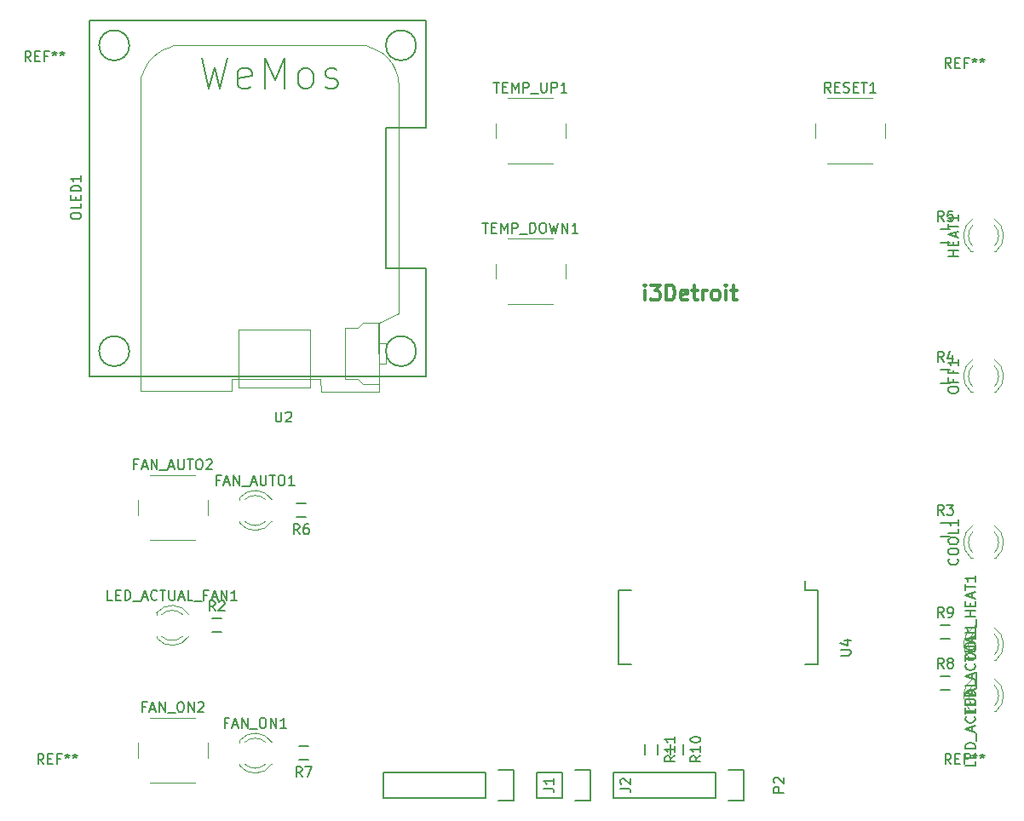
<source format=gto>
G04 #@! TF.FileFunction,Legend,Top*
%FSLAX46Y46*%
G04 Gerber Fmt 4.6, Leading zero omitted, Abs format (unit mm)*
G04 Created by KiCad (PCBNEW 4.0.5+dfsg1-4) date Sat Jun 23 00:33:45 2018*
%MOMM*%
%LPD*%
G01*
G04 APERTURE LIST*
%ADD10C,0.100000*%
%ADD11C,0.300000*%
%ADD12C,0.150000*%
%ADD13C,0.120000*%
G04 APERTURE END LIST*
D10*
D11*
X121265715Y-88943571D02*
X121265715Y-87943571D01*
X121265715Y-87443571D02*
X121194286Y-87515000D01*
X121265715Y-87586429D01*
X121337143Y-87515000D01*
X121265715Y-87443571D01*
X121265715Y-87586429D01*
X121837144Y-87443571D02*
X122765715Y-87443571D01*
X122265715Y-88015000D01*
X122480001Y-88015000D01*
X122622858Y-88086429D01*
X122694287Y-88157857D01*
X122765715Y-88300714D01*
X122765715Y-88657857D01*
X122694287Y-88800714D01*
X122622858Y-88872143D01*
X122480001Y-88943571D01*
X122051429Y-88943571D01*
X121908572Y-88872143D01*
X121837144Y-88800714D01*
X123408572Y-88943571D02*
X123408572Y-87443571D01*
X123765715Y-87443571D01*
X123980000Y-87515000D01*
X124122858Y-87657857D01*
X124194286Y-87800714D01*
X124265715Y-88086429D01*
X124265715Y-88300714D01*
X124194286Y-88586429D01*
X124122858Y-88729286D01*
X123980000Y-88872143D01*
X123765715Y-88943571D01*
X123408572Y-88943571D01*
X125480000Y-88872143D02*
X125337143Y-88943571D01*
X125051429Y-88943571D01*
X124908572Y-88872143D01*
X124837143Y-88729286D01*
X124837143Y-88157857D01*
X124908572Y-88015000D01*
X125051429Y-87943571D01*
X125337143Y-87943571D01*
X125480000Y-88015000D01*
X125551429Y-88157857D01*
X125551429Y-88300714D01*
X124837143Y-88443571D01*
X125980000Y-87943571D02*
X126551429Y-87943571D01*
X126194286Y-87443571D02*
X126194286Y-88729286D01*
X126265714Y-88872143D01*
X126408572Y-88943571D01*
X126551429Y-88943571D01*
X127051429Y-88943571D02*
X127051429Y-87943571D01*
X127051429Y-88229286D02*
X127122857Y-88086429D01*
X127194286Y-88015000D01*
X127337143Y-87943571D01*
X127480000Y-87943571D01*
X128194286Y-88943571D02*
X128051428Y-88872143D01*
X127980000Y-88800714D01*
X127908571Y-88657857D01*
X127908571Y-88229286D01*
X127980000Y-88086429D01*
X128051428Y-88015000D01*
X128194286Y-87943571D01*
X128408571Y-87943571D01*
X128551428Y-88015000D01*
X128622857Y-88086429D01*
X128694286Y-88229286D01*
X128694286Y-88657857D01*
X128622857Y-88800714D01*
X128551428Y-88872143D01*
X128408571Y-88943571D01*
X128194286Y-88943571D01*
X129337143Y-88943571D02*
X129337143Y-87943571D01*
X129337143Y-87443571D02*
X129265714Y-87515000D01*
X129337143Y-87586429D01*
X129408571Y-87515000D01*
X129337143Y-87443571D01*
X129337143Y-87586429D01*
X129837143Y-87943571D02*
X130408572Y-87943571D01*
X130051429Y-87443571D02*
X130051429Y-88729286D01*
X130122857Y-88872143D01*
X130265715Y-88943571D01*
X130408572Y-88943571D01*
D12*
X138502500Y-117800500D02*
X137232500Y-117800500D01*
X138502500Y-125150500D02*
X137232500Y-125150500D01*
X118672500Y-125150500D02*
X119942500Y-125150500D01*
X118672500Y-117800500D02*
X119942500Y-117800500D01*
X138502500Y-117800500D02*
X138502500Y-125150500D01*
X118672500Y-117800500D02*
X118672500Y-125150500D01*
X137232500Y-117800500D02*
X137232500Y-116865500D01*
X99540000Y-61120000D02*
X99540000Y-71820000D01*
X99540000Y-96520000D02*
X99540000Y-85820000D01*
X99540000Y-85820000D02*
X95540000Y-85820000D01*
X95540000Y-85820000D02*
X95540000Y-71820000D01*
X95540000Y-71820000D02*
X99540000Y-71820000D01*
X98540000Y-94020000D02*
G75*
G03X98540000Y-94020000I-1500000J0D01*
G01*
X98540000Y-63620000D02*
G75*
G03X98540000Y-63620000I-1500000J0D01*
G01*
X70040000Y-63620000D02*
G75*
G03X70040000Y-63620000I-1500000J0D01*
G01*
X70040000Y-94020000D02*
G75*
G03X70040000Y-94020000I-1500000J0D01*
G01*
X99540000Y-61120000D02*
X66040000Y-61120000D01*
X66040000Y-61120000D02*
X66040000Y-96520000D01*
X66040000Y-96520000D02*
X99540000Y-96520000D01*
D10*
X94891472Y-98065228D02*
X89080180Y-98065228D01*
X89080180Y-98065228D02*
X89053849Y-96781795D01*
X89053849Y-96781795D02*
X80222627Y-96788483D01*
X80222627Y-96788483D02*
X80224603Y-97990736D01*
X80224603Y-97990736D02*
X71143807Y-97964658D01*
X71143807Y-97964658D02*
X71157805Y-66794507D01*
X71157805Y-66794507D02*
X71390616Y-66191714D01*
X71390616Y-66191714D02*
X71674099Y-65646833D01*
X71674099Y-65646833D02*
X72008747Y-65160423D01*
X72008747Y-65160423D02*
X72395047Y-64733048D01*
X72395047Y-64733048D02*
X72833488Y-64365259D01*
X72833488Y-64365259D02*
X73324560Y-64057623D01*
X73324560Y-64057623D02*
X73868750Y-63810690D01*
X73868750Y-63810690D02*
X74466547Y-63625024D01*
X74466547Y-63625024D02*
X93504460Y-63596266D01*
X93504460Y-63596266D02*
X94123824Y-63830259D01*
X94123824Y-63830259D02*
X94712018Y-64114742D01*
X94712018Y-64114742D02*
X95255445Y-64464257D01*
X95255445Y-64464257D02*
X95740503Y-64893342D01*
X95740503Y-64893342D02*
X96153595Y-65416540D01*
X96153595Y-65416540D02*
X96481122Y-66048387D01*
X96481122Y-66048387D02*
X96709482Y-66803425D01*
X96709482Y-66803425D02*
X96825078Y-67696193D01*
X96825078Y-67696193D02*
X96850026Y-90251285D01*
X96850026Y-90251285D02*
X94906480Y-91212181D01*
X94906480Y-91212181D02*
X94876686Y-98020524D01*
X80894350Y-91839451D02*
X88033931Y-91839451D01*
X88033931Y-91839451D02*
X88033931Y-97653188D01*
X88033931Y-97653188D02*
X80894350Y-97653188D01*
X80894350Y-97653188D02*
X80894350Y-91839451D01*
X94817600Y-91190349D02*
X93265378Y-91190349D01*
X93265378Y-91190349D02*
X92736211Y-91719515D01*
X92736211Y-91719515D02*
X91483850Y-91719515D01*
X91483850Y-91719515D02*
X91483850Y-96781876D01*
X91483850Y-96781876D02*
X92771489Y-96781876D01*
X92771489Y-96781876D02*
X93300656Y-97275765D01*
X93300656Y-97275765D02*
X94870517Y-97275765D01*
X94870517Y-97275765D02*
X94817600Y-91190349D01*
X94852878Y-93271738D02*
X95505517Y-93271738D01*
X95505517Y-93271738D02*
X95505517Y-95264932D01*
X95505517Y-95264932D02*
X94888156Y-95264932D01*
D13*
X107680000Y-75350000D02*
X112180000Y-75350000D01*
X106430000Y-71350000D02*
X106430000Y-72850000D01*
X112180000Y-68850000D02*
X107680000Y-68850000D01*
X113430000Y-72850000D02*
X113430000Y-71350000D01*
X153861392Y-111357665D02*
G75*
G03X153704484Y-114590000I1078608J-1672335D01*
G01*
X156018608Y-111357665D02*
G75*
G02X156175516Y-114590000I-1078608J-1672335D01*
G01*
X153860163Y-111988870D02*
G75*
G03X153860000Y-114070961I1079837J-1041130D01*
G01*
X156019837Y-111988870D02*
G75*
G02X156020000Y-114070961I-1079837J-1041130D01*
G01*
X153704000Y-114590000D02*
X153860000Y-114590000D01*
X156020000Y-114590000D02*
X156176000Y-114590000D01*
X84222335Y-108776392D02*
G75*
G03X80990000Y-108619484I-1672335J-1078608D01*
G01*
X84222335Y-110933608D02*
G75*
G02X80990000Y-111090516I-1672335J1078608D01*
G01*
X83591130Y-108775163D02*
G75*
G03X81509039Y-108775000I-1041130J-1079837D01*
G01*
X83591130Y-110934837D02*
G75*
G02X81509039Y-110935000I-1041130J1079837D01*
G01*
X80990000Y-108619000D02*
X80990000Y-108775000D01*
X80990000Y-110935000D02*
X80990000Y-111091000D01*
X72120000Y-112815000D02*
X76620000Y-112815000D01*
X70870000Y-108815000D02*
X70870000Y-110315000D01*
X76620000Y-106315000D02*
X72120000Y-106315000D01*
X77870000Y-110315000D02*
X77870000Y-108815000D01*
X84222335Y-132906392D02*
G75*
G03X80990000Y-132749484I-1672335J-1078608D01*
G01*
X84222335Y-135063608D02*
G75*
G02X80990000Y-135220516I-1672335J1078608D01*
G01*
X83591130Y-132905163D02*
G75*
G03X81509039Y-132905000I-1041130J-1079837D01*
G01*
X83591130Y-135064837D02*
G75*
G02X81509039Y-135065000I-1041130J1079837D01*
G01*
X80990000Y-132749000D02*
X80990000Y-132905000D01*
X80990000Y-135065000D02*
X80990000Y-135221000D01*
X72120000Y-136945000D02*
X76620000Y-136945000D01*
X70870000Y-132945000D02*
X70870000Y-134445000D01*
X76620000Y-130445000D02*
X72120000Y-130445000D01*
X77870000Y-134445000D02*
X77870000Y-132945000D01*
X153861392Y-80877665D02*
G75*
G03X153704484Y-84110000I1078608J-1672335D01*
G01*
X156018608Y-80877665D02*
G75*
G02X156175516Y-84110000I-1078608J-1672335D01*
G01*
X153860163Y-81508870D02*
G75*
G03X153860000Y-83590961I1079837J-1041130D01*
G01*
X156019837Y-81508870D02*
G75*
G02X156020000Y-83590961I-1079837J-1041130D01*
G01*
X153704000Y-84110000D02*
X153860000Y-84110000D01*
X156020000Y-84110000D02*
X156176000Y-84110000D01*
X153861392Y-94847665D02*
G75*
G03X153704484Y-98080000I1078608J-1672335D01*
G01*
X156018608Y-94847665D02*
G75*
G02X156175516Y-98080000I-1078608J-1672335D01*
G01*
X153860163Y-95478870D02*
G75*
G03X153860000Y-97560961I1079837J-1041130D01*
G01*
X156019837Y-95478870D02*
G75*
G02X156020000Y-97560961I-1079837J-1041130D01*
G01*
X153704000Y-98080000D02*
X153860000Y-98080000D01*
X156020000Y-98080000D02*
X156176000Y-98080000D01*
X139430000Y-75350000D02*
X143930000Y-75350000D01*
X138180000Y-71350000D02*
X138180000Y-72850000D01*
X143930000Y-68850000D02*
X139430000Y-68850000D01*
X145180000Y-72850000D02*
X145180000Y-71350000D01*
X107680000Y-89320000D02*
X112180000Y-89320000D01*
X106430000Y-85320000D02*
X106430000Y-86820000D01*
X112180000Y-82820000D02*
X107680000Y-82820000D01*
X113430000Y-86820000D02*
X113430000Y-85320000D01*
X153861392Y-126597665D02*
G75*
G03X153704484Y-129830000I1078608J-1672335D01*
G01*
X156018608Y-126597665D02*
G75*
G02X156175516Y-129830000I-1078608J-1672335D01*
G01*
X153860163Y-127228870D02*
G75*
G03X153860000Y-129310961I1079837J-1041130D01*
G01*
X156019837Y-127228870D02*
G75*
G02X156020000Y-129310961I-1079837J-1041130D01*
G01*
X153704000Y-129830000D02*
X153860000Y-129830000D01*
X156020000Y-129830000D02*
X156176000Y-129830000D01*
X75967335Y-120206392D02*
G75*
G03X72735000Y-120049484I-1672335J-1078608D01*
G01*
X75967335Y-122363608D02*
G75*
G02X72735000Y-122520516I-1672335J1078608D01*
G01*
X75336130Y-120205163D02*
G75*
G03X73254039Y-120205000I-1041130J-1079837D01*
G01*
X75336130Y-122364837D02*
G75*
G02X73254039Y-122365000I-1041130J1079837D01*
G01*
X72735000Y-120049000D02*
X72735000Y-120205000D01*
X72735000Y-122365000D02*
X72735000Y-122521000D01*
X153861392Y-121517665D02*
G75*
G03X153704484Y-124750000I1078608J-1672335D01*
G01*
X156018608Y-121517665D02*
G75*
G02X156175516Y-124750000I-1078608J-1672335D01*
G01*
X153860163Y-122148870D02*
G75*
G03X153860000Y-124230961I1079837J-1041130D01*
G01*
X156019837Y-122148870D02*
G75*
G02X156020000Y-124230961I-1079837J-1041130D01*
G01*
X153704000Y-124750000D02*
X153860000Y-124750000D01*
X156020000Y-124750000D02*
X156176000Y-124750000D01*
D12*
X79240000Y-121960000D02*
X78240000Y-121960000D01*
X78240000Y-120610000D02*
X79240000Y-120610000D01*
X151630000Y-112435000D02*
X150630000Y-112435000D01*
X150630000Y-111085000D02*
X151630000Y-111085000D01*
X151630000Y-97195000D02*
X150630000Y-97195000D01*
X150630000Y-95845000D02*
X151630000Y-95845000D01*
X151630000Y-83225000D02*
X150630000Y-83225000D01*
X150630000Y-81875000D02*
X151630000Y-81875000D01*
X86622000Y-109180000D02*
X87622000Y-109180000D01*
X87622000Y-110530000D02*
X86622000Y-110530000D01*
X86876000Y-133310000D02*
X87876000Y-133310000D01*
X87876000Y-134660000D02*
X86876000Y-134660000D01*
X151630000Y-127675000D02*
X150630000Y-127675000D01*
X150630000Y-126325000D02*
X151630000Y-126325000D01*
X151630000Y-122595000D02*
X150630000Y-122595000D01*
X150630000Y-121245000D02*
X151630000Y-121245000D01*
X123785000Y-134104000D02*
X123785000Y-133104000D01*
X125135000Y-133104000D02*
X125135000Y-134104000D01*
X121245000Y-134104000D02*
X121245000Y-133104000D01*
X122595000Y-133104000D02*
X122595000Y-134104000D01*
X129540000Y-135610000D02*
X131090000Y-135610000D01*
X131090000Y-135610000D02*
X131090000Y-138710000D01*
X131090000Y-138710000D02*
X129540000Y-138710000D01*
X128270000Y-138430000D02*
X118110000Y-138430000D01*
X118110000Y-138430000D02*
X118110000Y-135890000D01*
X118110000Y-135890000D02*
X128270000Y-135890000D01*
X128270000Y-138430000D02*
X128270000Y-135890000D01*
X106680000Y-135610000D02*
X108230000Y-135610000D01*
X108230000Y-135610000D02*
X108230000Y-138710000D01*
X108230000Y-138710000D02*
X106680000Y-138710000D01*
X105410000Y-138430000D02*
X95250000Y-138430000D01*
X95250000Y-138430000D02*
X95250000Y-135890000D01*
X95250000Y-135890000D02*
X105410000Y-135890000D01*
X105410000Y-138430000D02*
X105410000Y-135890000D01*
X113030000Y-138430000D02*
X110490000Y-138430000D01*
X115850000Y-138710000D02*
X114300000Y-138710000D01*
X113030000Y-138430000D02*
X113030000Y-135890000D01*
X114300000Y-135610000D02*
X115850000Y-135610000D01*
X115850000Y-135610000D02*
X115850000Y-138710000D01*
X113030000Y-135890000D02*
X110490000Y-135890000D01*
X110490000Y-135890000D02*
X110490000Y-138430000D01*
X151701667Y-65857381D02*
X151368333Y-65381190D01*
X151130238Y-65857381D02*
X151130238Y-64857381D01*
X151511191Y-64857381D01*
X151606429Y-64905000D01*
X151654048Y-64952619D01*
X151701667Y-65047857D01*
X151701667Y-65190714D01*
X151654048Y-65285952D01*
X151606429Y-65333571D01*
X151511191Y-65381190D01*
X151130238Y-65381190D01*
X152130238Y-65333571D02*
X152463572Y-65333571D01*
X152606429Y-65857381D02*
X152130238Y-65857381D01*
X152130238Y-64857381D01*
X152606429Y-64857381D01*
X153368334Y-65333571D02*
X153035000Y-65333571D01*
X153035000Y-65857381D02*
X153035000Y-64857381D01*
X153511191Y-64857381D01*
X154035000Y-64857381D02*
X154035000Y-65095476D01*
X153796905Y-65000238D02*
X154035000Y-65095476D01*
X154273096Y-65000238D01*
X153892143Y-65285952D02*
X154035000Y-65095476D01*
X154177858Y-65285952D01*
X154796905Y-64857381D02*
X154796905Y-65095476D01*
X154558810Y-65000238D02*
X154796905Y-65095476D01*
X155035001Y-65000238D01*
X154654048Y-65285952D02*
X154796905Y-65095476D01*
X154939763Y-65285952D01*
X151701667Y-135072381D02*
X151368333Y-134596190D01*
X151130238Y-135072381D02*
X151130238Y-134072381D01*
X151511191Y-134072381D01*
X151606429Y-134120000D01*
X151654048Y-134167619D01*
X151701667Y-134262857D01*
X151701667Y-134405714D01*
X151654048Y-134500952D01*
X151606429Y-134548571D01*
X151511191Y-134596190D01*
X151130238Y-134596190D01*
X152130238Y-134548571D02*
X152463572Y-134548571D01*
X152606429Y-135072381D02*
X152130238Y-135072381D01*
X152130238Y-134072381D01*
X152606429Y-134072381D01*
X153368334Y-134548571D02*
X153035000Y-134548571D01*
X153035000Y-135072381D02*
X153035000Y-134072381D01*
X153511191Y-134072381D01*
X154035000Y-134072381D02*
X154035000Y-134310476D01*
X153796905Y-134215238D02*
X154035000Y-134310476D01*
X154273096Y-134215238D01*
X153892143Y-134500952D02*
X154035000Y-134310476D01*
X154177858Y-134500952D01*
X154796905Y-134072381D02*
X154796905Y-134310476D01*
X154558810Y-134215238D02*
X154796905Y-134310476D01*
X155035001Y-134215238D01*
X154654048Y-134500952D02*
X154796905Y-134310476D01*
X154939763Y-134500952D01*
X61531667Y-135072381D02*
X61198333Y-134596190D01*
X60960238Y-135072381D02*
X60960238Y-134072381D01*
X61341191Y-134072381D01*
X61436429Y-134120000D01*
X61484048Y-134167619D01*
X61531667Y-134262857D01*
X61531667Y-134405714D01*
X61484048Y-134500952D01*
X61436429Y-134548571D01*
X61341191Y-134596190D01*
X60960238Y-134596190D01*
X61960238Y-134548571D02*
X62293572Y-134548571D01*
X62436429Y-135072381D02*
X61960238Y-135072381D01*
X61960238Y-134072381D01*
X62436429Y-134072381D01*
X63198334Y-134548571D02*
X62865000Y-134548571D01*
X62865000Y-135072381D02*
X62865000Y-134072381D01*
X63341191Y-134072381D01*
X63865000Y-134072381D02*
X63865000Y-134310476D01*
X63626905Y-134215238D02*
X63865000Y-134310476D01*
X64103096Y-134215238D01*
X63722143Y-134500952D02*
X63865000Y-134310476D01*
X64007858Y-134500952D01*
X64626905Y-134072381D02*
X64626905Y-134310476D01*
X64388810Y-134215238D02*
X64626905Y-134310476D01*
X64865001Y-134215238D01*
X64484048Y-134500952D02*
X64626905Y-134310476D01*
X64769763Y-134500952D01*
X140739881Y-124269405D02*
X141549405Y-124269405D01*
X141644643Y-124221786D01*
X141692262Y-124174167D01*
X141739881Y-124078929D01*
X141739881Y-123888452D01*
X141692262Y-123793214D01*
X141644643Y-123745595D01*
X141549405Y-123697976D01*
X140739881Y-123697976D01*
X141073214Y-122793214D02*
X141739881Y-122793214D01*
X140692262Y-123031310D02*
X141406548Y-123269405D01*
X141406548Y-122650357D01*
X64222381Y-80668572D02*
X64222381Y-80478095D01*
X64270000Y-80382857D01*
X64365238Y-80287619D01*
X64555714Y-80240000D01*
X64889048Y-80240000D01*
X65079524Y-80287619D01*
X65174762Y-80382857D01*
X65222381Y-80478095D01*
X65222381Y-80668572D01*
X65174762Y-80763810D01*
X65079524Y-80859048D01*
X64889048Y-80906667D01*
X64555714Y-80906667D01*
X64365238Y-80859048D01*
X64270000Y-80763810D01*
X64222381Y-80668572D01*
X65222381Y-79335238D02*
X65222381Y-79811429D01*
X64222381Y-79811429D01*
X64698571Y-79001905D02*
X64698571Y-78668571D01*
X65222381Y-78525714D02*
X65222381Y-79001905D01*
X64222381Y-79001905D01*
X64222381Y-78525714D01*
X65222381Y-78097143D02*
X64222381Y-78097143D01*
X64222381Y-77859048D01*
X64270000Y-77716190D01*
X64365238Y-77620952D01*
X64460476Y-77573333D01*
X64650952Y-77525714D01*
X64793810Y-77525714D01*
X64984286Y-77573333D01*
X65079524Y-77620952D01*
X65174762Y-77716190D01*
X65222381Y-77859048D01*
X65222381Y-78097143D01*
X65222381Y-76573333D02*
X65222381Y-77144762D01*
X65222381Y-76859048D02*
X64222381Y-76859048D01*
X64365238Y-76954286D01*
X64460476Y-77049524D01*
X64508095Y-77144762D01*
X84582095Y-100050381D02*
X84582095Y-100859905D01*
X84629714Y-100955143D01*
X84677333Y-101002762D01*
X84772571Y-101050381D01*
X84963048Y-101050381D01*
X85058286Y-101002762D01*
X85105905Y-100955143D01*
X85153524Y-100859905D01*
X85153524Y-100050381D01*
X85582095Y-100145619D02*
X85629714Y-100098000D01*
X85724952Y-100050381D01*
X85963048Y-100050381D01*
X86058286Y-100098000D01*
X86105905Y-100145619D01*
X86153524Y-100240857D01*
X86153524Y-100336095D01*
X86105905Y-100478952D01*
X85534476Y-101050381D01*
X86153524Y-101050381D01*
X77216857Y-64905143D02*
X77931143Y-67905143D01*
X78502572Y-65762286D01*
X79074000Y-67905143D01*
X79788286Y-64905143D01*
X82074000Y-67762286D02*
X81788286Y-67905143D01*
X81216857Y-67905143D01*
X80931143Y-67762286D01*
X80788286Y-67476571D01*
X80788286Y-66333714D01*
X80931143Y-66048000D01*
X81216857Y-65905143D01*
X81788286Y-65905143D01*
X82074000Y-66048000D01*
X82216857Y-66333714D01*
X82216857Y-66619429D01*
X80788286Y-66905143D01*
X83502572Y-67905143D02*
X83502572Y-64905143D01*
X84502572Y-67048000D01*
X85502572Y-64905143D01*
X85502572Y-67905143D01*
X87359714Y-67905143D02*
X87074000Y-67762286D01*
X86931143Y-67619429D01*
X86788286Y-67333714D01*
X86788286Y-66476571D01*
X86931143Y-66190857D01*
X87074000Y-66048000D01*
X87359714Y-65905143D01*
X87788286Y-65905143D01*
X88074000Y-66048000D01*
X88216857Y-66190857D01*
X88359714Y-66476571D01*
X88359714Y-67333714D01*
X88216857Y-67619429D01*
X88074000Y-67762286D01*
X87788286Y-67905143D01*
X87359714Y-67905143D01*
X89502572Y-67762286D02*
X89788286Y-67905143D01*
X90359714Y-67905143D01*
X90645429Y-67762286D01*
X90788286Y-67476571D01*
X90788286Y-67333714D01*
X90645429Y-67048000D01*
X90359714Y-66905143D01*
X89931143Y-66905143D01*
X89645429Y-66762286D01*
X89502572Y-66476571D01*
X89502572Y-66333714D01*
X89645429Y-66048000D01*
X89931143Y-65905143D01*
X90359714Y-65905143D01*
X90645429Y-66048000D01*
X106239524Y-67302381D02*
X106810953Y-67302381D01*
X106525238Y-68302381D02*
X106525238Y-67302381D01*
X107144286Y-67778571D02*
X107477620Y-67778571D01*
X107620477Y-68302381D02*
X107144286Y-68302381D01*
X107144286Y-67302381D01*
X107620477Y-67302381D01*
X108049048Y-68302381D02*
X108049048Y-67302381D01*
X108382382Y-68016667D01*
X108715715Y-67302381D01*
X108715715Y-68302381D01*
X109191905Y-68302381D02*
X109191905Y-67302381D01*
X109572858Y-67302381D01*
X109668096Y-67350000D01*
X109715715Y-67397619D01*
X109763334Y-67492857D01*
X109763334Y-67635714D01*
X109715715Y-67730952D01*
X109668096Y-67778571D01*
X109572858Y-67826190D01*
X109191905Y-67826190D01*
X109953810Y-68397619D02*
X110715715Y-68397619D01*
X110953810Y-67302381D02*
X110953810Y-68111905D01*
X111001429Y-68207143D01*
X111049048Y-68254762D01*
X111144286Y-68302381D01*
X111334763Y-68302381D01*
X111430001Y-68254762D01*
X111477620Y-68207143D01*
X111525239Y-68111905D01*
X111525239Y-67302381D01*
X112001429Y-68302381D02*
X112001429Y-67302381D01*
X112382382Y-67302381D01*
X112477620Y-67350000D01*
X112525239Y-67397619D01*
X112572858Y-67492857D01*
X112572858Y-67635714D01*
X112525239Y-67730952D01*
X112477620Y-67778571D01*
X112382382Y-67826190D01*
X112001429Y-67826190D01*
X113525239Y-68302381D02*
X112953810Y-68302381D01*
X113239524Y-68302381D02*
X113239524Y-67302381D01*
X113144286Y-67445238D01*
X113049048Y-67540476D01*
X112953810Y-67588095D01*
X152337143Y-114649047D02*
X152384762Y-114696666D01*
X152432381Y-114839523D01*
X152432381Y-114934761D01*
X152384762Y-115077619D01*
X152289524Y-115172857D01*
X152194286Y-115220476D01*
X152003810Y-115268095D01*
X151860952Y-115268095D01*
X151670476Y-115220476D01*
X151575238Y-115172857D01*
X151480000Y-115077619D01*
X151432381Y-114934761D01*
X151432381Y-114839523D01*
X151480000Y-114696666D01*
X151527619Y-114649047D01*
X151432381Y-114030000D02*
X151432381Y-113839523D01*
X151480000Y-113744285D01*
X151575238Y-113649047D01*
X151765714Y-113601428D01*
X152099048Y-113601428D01*
X152289524Y-113649047D01*
X152384762Y-113744285D01*
X152432381Y-113839523D01*
X152432381Y-114030000D01*
X152384762Y-114125238D01*
X152289524Y-114220476D01*
X152099048Y-114268095D01*
X151765714Y-114268095D01*
X151575238Y-114220476D01*
X151480000Y-114125238D01*
X151432381Y-114030000D01*
X151432381Y-112982381D02*
X151432381Y-112791904D01*
X151480000Y-112696666D01*
X151575238Y-112601428D01*
X151765714Y-112553809D01*
X152099048Y-112553809D01*
X152289524Y-112601428D01*
X152384762Y-112696666D01*
X152432381Y-112791904D01*
X152432381Y-112982381D01*
X152384762Y-113077619D01*
X152289524Y-113172857D01*
X152099048Y-113220476D01*
X151765714Y-113220476D01*
X151575238Y-113172857D01*
X151480000Y-113077619D01*
X151432381Y-112982381D01*
X152432381Y-111649047D02*
X152432381Y-112125238D01*
X151432381Y-112125238D01*
X152432381Y-110791904D02*
X152432381Y-111363333D01*
X152432381Y-111077619D02*
X151432381Y-111077619D01*
X151575238Y-111172857D01*
X151670476Y-111268095D01*
X151718095Y-111363333D01*
X79026191Y-106823571D02*
X78692857Y-106823571D01*
X78692857Y-107347381D02*
X78692857Y-106347381D01*
X79169048Y-106347381D01*
X79502381Y-107061667D02*
X79978572Y-107061667D01*
X79407143Y-107347381D02*
X79740476Y-106347381D01*
X80073810Y-107347381D01*
X80407143Y-107347381D02*
X80407143Y-106347381D01*
X80978572Y-107347381D01*
X80978572Y-106347381D01*
X81216667Y-107442619D02*
X81978572Y-107442619D01*
X82169048Y-107061667D02*
X82645239Y-107061667D01*
X82073810Y-107347381D02*
X82407143Y-106347381D01*
X82740477Y-107347381D01*
X83073810Y-106347381D02*
X83073810Y-107156905D01*
X83121429Y-107252143D01*
X83169048Y-107299762D01*
X83264286Y-107347381D01*
X83454763Y-107347381D01*
X83550001Y-107299762D01*
X83597620Y-107252143D01*
X83645239Y-107156905D01*
X83645239Y-106347381D01*
X83978572Y-106347381D02*
X84550001Y-106347381D01*
X84264286Y-107347381D02*
X84264286Y-106347381D01*
X85073810Y-106347381D02*
X85264287Y-106347381D01*
X85359525Y-106395000D01*
X85454763Y-106490238D01*
X85502382Y-106680714D01*
X85502382Y-107014048D01*
X85454763Y-107204524D01*
X85359525Y-107299762D01*
X85264287Y-107347381D01*
X85073810Y-107347381D01*
X84978572Y-107299762D01*
X84883334Y-107204524D01*
X84835715Y-107014048D01*
X84835715Y-106680714D01*
X84883334Y-106490238D01*
X84978572Y-106395000D01*
X85073810Y-106347381D01*
X86454763Y-107347381D02*
X85883334Y-107347381D01*
X86169048Y-107347381D02*
X86169048Y-106347381D01*
X86073810Y-106490238D01*
X85978572Y-106585476D01*
X85883334Y-106633095D01*
X70846191Y-105243571D02*
X70512857Y-105243571D01*
X70512857Y-105767381D02*
X70512857Y-104767381D01*
X70989048Y-104767381D01*
X71322381Y-105481667D02*
X71798572Y-105481667D01*
X71227143Y-105767381D02*
X71560476Y-104767381D01*
X71893810Y-105767381D01*
X72227143Y-105767381D02*
X72227143Y-104767381D01*
X72798572Y-105767381D01*
X72798572Y-104767381D01*
X73036667Y-105862619D02*
X73798572Y-105862619D01*
X73989048Y-105481667D02*
X74465239Y-105481667D01*
X73893810Y-105767381D02*
X74227143Y-104767381D01*
X74560477Y-105767381D01*
X74893810Y-104767381D02*
X74893810Y-105576905D01*
X74941429Y-105672143D01*
X74989048Y-105719762D01*
X75084286Y-105767381D01*
X75274763Y-105767381D01*
X75370001Y-105719762D01*
X75417620Y-105672143D01*
X75465239Y-105576905D01*
X75465239Y-104767381D01*
X75798572Y-104767381D02*
X76370001Y-104767381D01*
X76084286Y-105767381D02*
X76084286Y-104767381D01*
X76893810Y-104767381D02*
X77084287Y-104767381D01*
X77179525Y-104815000D01*
X77274763Y-104910238D01*
X77322382Y-105100714D01*
X77322382Y-105434048D01*
X77274763Y-105624524D01*
X77179525Y-105719762D01*
X77084287Y-105767381D01*
X76893810Y-105767381D01*
X76798572Y-105719762D01*
X76703334Y-105624524D01*
X76655715Y-105434048D01*
X76655715Y-105100714D01*
X76703334Y-104910238D01*
X76798572Y-104815000D01*
X76893810Y-104767381D01*
X77703334Y-104862619D02*
X77750953Y-104815000D01*
X77846191Y-104767381D01*
X78084287Y-104767381D01*
X78179525Y-104815000D01*
X78227144Y-104862619D01*
X78274763Y-104957857D01*
X78274763Y-105053095D01*
X78227144Y-105195952D01*
X77655715Y-105767381D01*
X78274763Y-105767381D01*
X79835715Y-130953571D02*
X79502381Y-130953571D01*
X79502381Y-131477381D02*
X79502381Y-130477381D01*
X79978572Y-130477381D01*
X80311905Y-131191667D02*
X80788096Y-131191667D01*
X80216667Y-131477381D02*
X80550000Y-130477381D01*
X80883334Y-131477381D01*
X81216667Y-131477381D02*
X81216667Y-130477381D01*
X81788096Y-131477381D01*
X81788096Y-130477381D01*
X82026191Y-131572619D02*
X82788096Y-131572619D01*
X83216667Y-130477381D02*
X83407144Y-130477381D01*
X83502382Y-130525000D01*
X83597620Y-130620238D01*
X83645239Y-130810714D01*
X83645239Y-131144048D01*
X83597620Y-131334524D01*
X83502382Y-131429762D01*
X83407144Y-131477381D01*
X83216667Y-131477381D01*
X83121429Y-131429762D01*
X83026191Y-131334524D01*
X82978572Y-131144048D01*
X82978572Y-130810714D01*
X83026191Y-130620238D01*
X83121429Y-130525000D01*
X83216667Y-130477381D01*
X84073810Y-131477381D02*
X84073810Y-130477381D01*
X84645239Y-131477381D01*
X84645239Y-130477381D01*
X85645239Y-131477381D02*
X85073810Y-131477381D01*
X85359524Y-131477381D02*
X85359524Y-130477381D01*
X85264286Y-130620238D01*
X85169048Y-130715476D01*
X85073810Y-130763095D01*
X71655715Y-129373571D02*
X71322381Y-129373571D01*
X71322381Y-129897381D02*
X71322381Y-128897381D01*
X71798572Y-128897381D01*
X72131905Y-129611667D02*
X72608096Y-129611667D01*
X72036667Y-129897381D02*
X72370000Y-128897381D01*
X72703334Y-129897381D01*
X73036667Y-129897381D02*
X73036667Y-128897381D01*
X73608096Y-129897381D01*
X73608096Y-128897381D01*
X73846191Y-129992619D02*
X74608096Y-129992619D01*
X75036667Y-128897381D02*
X75227144Y-128897381D01*
X75322382Y-128945000D01*
X75417620Y-129040238D01*
X75465239Y-129230714D01*
X75465239Y-129564048D01*
X75417620Y-129754524D01*
X75322382Y-129849762D01*
X75227144Y-129897381D01*
X75036667Y-129897381D01*
X74941429Y-129849762D01*
X74846191Y-129754524D01*
X74798572Y-129564048D01*
X74798572Y-129230714D01*
X74846191Y-129040238D01*
X74941429Y-128945000D01*
X75036667Y-128897381D01*
X75893810Y-129897381D02*
X75893810Y-128897381D01*
X76465239Y-129897381D01*
X76465239Y-128897381D01*
X76893810Y-128992619D02*
X76941429Y-128945000D01*
X77036667Y-128897381D01*
X77274763Y-128897381D01*
X77370001Y-128945000D01*
X77417620Y-128992619D01*
X77465239Y-129087857D01*
X77465239Y-129183095D01*
X77417620Y-129325952D01*
X76846191Y-129897381D01*
X77465239Y-129897381D01*
X152432381Y-84573810D02*
X151432381Y-84573810D01*
X151908571Y-84573810D02*
X151908571Y-84002381D01*
X152432381Y-84002381D02*
X151432381Y-84002381D01*
X151908571Y-83526191D02*
X151908571Y-83192857D01*
X152432381Y-83050000D02*
X152432381Y-83526191D01*
X151432381Y-83526191D01*
X151432381Y-83050000D01*
X152146667Y-82669048D02*
X152146667Y-82192857D01*
X152432381Y-82764286D02*
X151432381Y-82430953D01*
X152432381Y-82097619D01*
X151432381Y-81907143D02*
X151432381Y-81335714D01*
X152432381Y-81621429D02*
X151432381Y-81621429D01*
X152432381Y-80478571D02*
X152432381Y-81050000D01*
X152432381Y-80764286D02*
X151432381Y-80764286D01*
X151575238Y-80859524D01*
X151670476Y-80954762D01*
X151718095Y-81050000D01*
X151432381Y-97948572D02*
X151432381Y-97758095D01*
X151480000Y-97662857D01*
X151575238Y-97567619D01*
X151765714Y-97520000D01*
X152099048Y-97520000D01*
X152289524Y-97567619D01*
X152384762Y-97662857D01*
X152432381Y-97758095D01*
X152432381Y-97948572D01*
X152384762Y-98043810D01*
X152289524Y-98139048D01*
X152099048Y-98186667D01*
X151765714Y-98186667D01*
X151575238Y-98139048D01*
X151480000Y-98043810D01*
X151432381Y-97948572D01*
X151908571Y-96758095D02*
X151908571Y-97091429D01*
X152432381Y-97091429D02*
X151432381Y-97091429D01*
X151432381Y-96615238D01*
X151908571Y-95900952D02*
X151908571Y-96234286D01*
X152432381Y-96234286D02*
X151432381Y-96234286D01*
X151432381Y-95758095D01*
X152432381Y-94853333D02*
X152432381Y-95424762D01*
X152432381Y-95139048D02*
X151432381Y-95139048D01*
X151575238Y-95234286D01*
X151670476Y-95329524D01*
X151718095Y-95424762D01*
X139751429Y-68302381D02*
X139418095Y-67826190D01*
X139180000Y-68302381D02*
X139180000Y-67302381D01*
X139560953Y-67302381D01*
X139656191Y-67350000D01*
X139703810Y-67397619D01*
X139751429Y-67492857D01*
X139751429Y-67635714D01*
X139703810Y-67730952D01*
X139656191Y-67778571D01*
X139560953Y-67826190D01*
X139180000Y-67826190D01*
X140180000Y-67778571D02*
X140513334Y-67778571D01*
X140656191Y-68302381D02*
X140180000Y-68302381D01*
X140180000Y-67302381D01*
X140656191Y-67302381D01*
X141037143Y-68254762D02*
X141180000Y-68302381D01*
X141418096Y-68302381D01*
X141513334Y-68254762D01*
X141560953Y-68207143D01*
X141608572Y-68111905D01*
X141608572Y-68016667D01*
X141560953Y-67921429D01*
X141513334Y-67873810D01*
X141418096Y-67826190D01*
X141227619Y-67778571D01*
X141132381Y-67730952D01*
X141084762Y-67683333D01*
X141037143Y-67588095D01*
X141037143Y-67492857D01*
X141084762Y-67397619D01*
X141132381Y-67350000D01*
X141227619Y-67302381D01*
X141465715Y-67302381D01*
X141608572Y-67350000D01*
X142037143Y-67778571D02*
X142370477Y-67778571D01*
X142513334Y-68302381D02*
X142037143Y-68302381D01*
X142037143Y-67302381D01*
X142513334Y-67302381D01*
X142799048Y-67302381D02*
X143370477Y-67302381D01*
X143084762Y-68302381D02*
X143084762Y-67302381D01*
X144227620Y-68302381D02*
X143656191Y-68302381D01*
X143941905Y-68302381D02*
X143941905Y-67302381D01*
X143846667Y-67445238D01*
X143751429Y-67540476D01*
X143656191Y-67588095D01*
X105144286Y-81272381D02*
X105715715Y-81272381D01*
X105430000Y-82272381D02*
X105430000Y-81272381D01*
X106049048Y-81748571D02*
X106382382Y-81748571D01*
X106525239Y-82272381D02*
X106049048Y-82272381D01*
X106049048Y-81272381D01*
X106525239Y-81272381D01*
X106953810Y-82272381D02*
X106953810Y-81272381D01*
X107287144Y-81986667D01*
X107620477Y-81272381D01*
X107620477Y-82272381D01*
X108096667Y-82272381D02*
X108096667Y-81272381D01*
X108477620Y-81272381D01*
X108572858Y-81320000D01*
X108620477Y-81367619D01*
X108668096Y-81462857D01*
X108668096Y-81605714D01*
X108620477Y-81700952D01*
X108572858Y-81748571D01*
X108477620Y-81796190D01*
X108096667Y-81796190D01*
X108858572Y-82367619D02*
X109620477Y-82367619D01*
X109858572Y-82272381D02*
X109858572Y-81272381D01*
X110096667Y-81272381D01*
X110239525Y-81320000D01*
X110334763Y-81415238D01*
X110382382Y-81510476D01*
X110430001Y-81700952D01*
X110430001Y-81843810D01*
X110382382Y-82034286D01*
X110334763Y-82129524D01*
X110239525Y-82224762D01*
X110096667Y-82272381D01*
X109858572Y-82272381D01*
X111049048Y-81272381D02*
X111239525Y-81272381D01*
X111334763Y-81320000D01*
X111430001Y-81415238D01*
X111477620Y-81605714D01*
X111477620Y-81939048D01*
X111430001Y-82129524D01*
X111334763Y-82224762D01*
X111239525Y-82272381D01*
X111049048Y-82272381D01*
X110953810Y-82224762D01*
X110858572Y-82129524D01*
X110810953Y-81939048D01*
X110810953Y-81605714D01*
X110858572Y-81415238D01*
X110953810Y-81320000D01*
X111049048Y-81272381D01*
X111810953Y-81272381D02*
X112049048Y-82272381D01*
X112239525Y-81558095D01*
X112430001Y-82272381D01*
X112668096Y-81272381D01*
X113049048Y-82272381D02*
X113049048Y-81272381D01*
X113620477Y-82272381D01*
X113620477Y-81272381D01*
X114620477Y-82272381D02*
X114049048Y-82272381D01*
X114334762Y-82272381D02*
X114334762Y-81272381D01*
X114239524Y-81415238D01*
X114144286Y-81510476D01*
X114049048Y-81558095D01*
X154122381Y-134770000D02*
X154122381Y-135246191D01*
X153122381Y-135246191D01*
X153598571Y-134436667D02*
X153598571Y-134103333D01*
X154122381Y-133960476D02*
X154122381Y-134436667D01*
X153122381Y-134436667D01*
X153122381Y-133960476D01*
X154122381Y-133531905D02*
X153122381Y-133531905D01*
X153122381Y-133293810D01*
X153170000Y-133150952D01*
X153265238Y-133055714D01*
X153360476Y-133008095D01*
X153550952Y-132960476D01*
X153693810Y-132960476D01*
X153884286Y-133008095D01*
X153979524Y-133055714D01*
X154074762Y-133150952D01*
X154122381Y-133293810D01*
X154122381Y-133531905D01*
X154217619Y-132770000D02*
X154217619Y-132008095D01*
X153836667Y-131817619D02*
X153836667Y-131341428D01*
X154122381Y-131912857D02*
X153122381Y-131579524D01*
X154122381Y-131246190D01*
X154027143Y-130341428D02*
X154074762Y-130389047D01*
X154122381Y-130531904D01*
X154122381Y-130627142D01*
X154074762Y-130770000D01*
X153979524Y-130865238D01*
X153884286Y-130912857D01*
X153693810Y-130960476D01*
X153550952Y-130960476D01*
X153360476Y-130912857D01*
X153265238Y-130865238D01*
X153170000Y-130770000D01*
X153122381Y-130627142D01*
X153122381Y-130531904D01*
X153170000Y-130389047D01*
X153217619Y-130341428D01*
X153122381Y-130055714D02*
X153122381Y-129484285D01*
X154122381Y-129770000D02*
X153122381Y-129770000D01*
X153122381Y-129150952D02*
X153931905Y-129150952D01*
X154027143Y-129103333D01*
X154074762Y-129055714D01*
X154122381Y-128960476D01*
X154122381Y-128769999D01*
X154074762Y-128674761D01*
X154027143Y-128627142D01*
X153931905Y-128579523D01*
X153122381Y-128579523D01*
X153836667Y-128150952D02*
X153836667Y-127674761D01*
X154122381Y-128246190D02*
X153122381Y-127912857D01*
X154122381Y-127579523D01*
X154122381Y-126769999D02*
X154122381Y-127246190D01*
X153122381Y-127246190D01*
X154217619Y-126674761D02*
X154217619Y-125912856D01*
X154027143Y-125103332D02*
X154074762Y-125150951D01*
X154122381Y-125293808D01*
X154122381Y-125389046D01*
X154074762Y-125531904D01*
X153979524Y-125627142D01*
X153884286Y-125674761D01*
X153693810Y-125722380D01*
X153550952Y-125722380D01*
X153360476Y-125674761D01*
X153265238Y-125627142D01*
X153170000Y-125531904D01*
X153122381Y-125389046D01*
X153122381Y-125293808D01*
X153170000Y-125150951D01*
X153217619Y-125103332D01*
X153122381Y-124484285D02*
X153122381Y-124293808D01*
X153170000Y-124198570D01*
X153265238Y-124103332D01*
X153455714Y-124055713D01*
X153789048Y-124055713D01*
X153979524Y-124103332D01*
X154074762Y-124198570D01*
X154122381Y-124293808D01*
X154122381Y-124484285D01*
X154074762Y-124579523D01*
X153979524Y-124674761D01*
X153789048Y-124722380D01*
X153455714Y-124722380D01*
X153265238Y-124674761D01*
X153170000Y-124579523D01*
X153122381Y-124484285D01*
X153122381Y-123436666D02*
X153122381Y-123246189D01*
X153170000Y-123150951D01*
X153265238Y-123055713D01*
X153455714Y-123008094D01*
X153789048Y-123008094D01*
X153979524Y-123055713D01*
X154074762Y-123150951D01*
X154122381Y-123246189D01*
X154122381Y-123436666D01*
X154074762Y-123531904D01*
X153979524Y-123627142D01*
X153789048Y-123674761D01*
X153455714Y-123674761D01*
X153265238Y-123627142D01*
X153170000Y-123531904D01*
X153122381Y-123436666D01*
X154122381Y-122103332D02*
X154122381Y-122579523D01*
X153122381Y-122579523D01*
X154122381Y-121246189D02*
X154122381Y-121817618D01*
X154122381Y-121531904D02*
X153122381Y-121531904D01*
X153265238Y-121627142D01*
X153360476Y-121722380D01*
X153408095Y-121817618D01*
X68366428Y-118777381D02*
X67890237Y-118777381D01*
X67890237Y-117777381D01*
X68699761Y-118253571D02*
X69033095Y-118253571D01*
X69175952Y-118777381D02*
X68699761Y-118777381D01*
X68699761Y-117777381D01*
X69175952Y-117777381D01*
X69604523Y-118777381D02*
X69604523Y-117777381D01*
X69842618Y-117777381D01*
X69985476Y-117825000D01*
X70080714Y-117920238D01*
X70128333Y-118015476D01*
X70175952Y-118205952D01*
X70175952Y-118348810D01*
X70128333Y-118539286D01*
X70080714Y-118634524D01*
X69985476Y-118729762D01*
X69842618Y-118777381D01*
X69604523Y-118777381D01*
X70366428Y-118872619D02*
X71128333Y-118872619D01*
X71318809Y-118491667D02*
X71795000Y-118491667D01*
X71223571Y-118777381D02*
X71556904Y-117777381D01*
X71890238Y-118777381D01*
X72795000Y-118682143D02*
X72747381Y-118729762D01*
X72604524Y-118777381D01*
X72509286Y-118777381D01*
X72366428Y-118729762D01*
X72271190Y-118634524D01*
X72223571Y-118539286D01*
X72175952Y-118348810D01*
X72175952Y-118205952D01*
X72223571Y-118015476D01*
X72271190Y-117920238D01*
X72366428Y-117825000D01*
X72509286Y-117777381D01*
X72604524Y-117777381D01*
X72747381Y-117825000D01*
X72795000Y-117872619D01*
X73080714Y-117777381D02*
X73652143Y-117777381D01*
X73366428Y-118777381D02*
X73366428Y-117777381D01*
X73985476Y-117777381D02*
X73985476Y-118586905D01*
X74033095Y-118682143D01*
X74080714Y-118729762D01*
X74175952Y-118777381D01*
X74366429Y-118777381D01*
X74461667Y-118729762D01*
X74509286Y-118682143D01*
X74556905Y-118586905D01*
X74556905Y-117777381D01*
X74985476Y-118491667D02*
X75461667Y-118491667D01*
X74890238Y-118777381D02*
X75223571Y-117777381D01*
X75556905Y-118777381D01*
X76366429Y-118777381D02*
X75890238Y-118777381D01*
X75890238Y-117777381D01*
X76461667Y-118872619D02*
X77223572Y-118872619D01*
X77795001Y-118253571D02*
X77461667Y-118253571D01*
X77461667Y-118777381D02*
X77461667Y-117777381D01*
X77937858Y-117777381D01*
X78271191Y-118491667D02*
X78747382Y-118491667D01*
X78175953Y-118777381D02*
X78509286Y-117777381D01*
X78842620Y-118777381D01*
X79175953Y-118777381D02*
X79175953Y-117777381D01*
X79747382Y-118777381D01*
X79747382Y-117777381D01*
X80747382Y-118777381D02*
X80175953Y-118777381D01*
X80461667Y-118777381D02*
X80461667Y-117777381D01*
X80366429Y-117920238D01*
X80271191Y-118015476D01*
X80175953Y-118063095D01*
X154122381Y-129523334D02*
X154122381Y-129999525D01*
X153122381Y-129999525D01*
X153598571Y-129190001D02*
X153598571Y-128856667D01*
X154122381Y-128713810D02*
X154122381Y-129190001D01*
X153122381Y-129190001D01*
X153122381Y-128713810D01*
X154122381Y-128285239D02*
X153122381Y-128285239D01*
X153122381Y-128047144D01*
X153170000Y-127904286D01*
X153265238Y-127809048D01*
X153360476Y-127761429D01*
X153550952Y-127713810D01*
X153693810Y-127713810D01*
X153884286Y-127761429D01*
X153979524Y-127809048D01*
X154074762Y-127904286D01*
X154122381Y-128047144D01*
X154122381Y-128285239D01*
X154217619Y-127523334D02*
X154217619Y-126761429D01*
X153836667Y-126570953D02*
X153836667Y-126094762D01*
X154122381Y-126666191D02*
X153122381Y-126332858D01*
X154122381Y-125999524D01*
X154027143Y-125094762D02*
X154074762Y-125142381D01*
X154122381Y-125285238D01*
X154122381Y-125380476D01*
X154074762Y-125523334D01*
X153979524Y-125618572D01*
X153884286Y-125666191D01*
X153693810Y-125713810D01*
X153550952Y-125713810D01*
X153360476Y-125666191D01*
X153265238Y-125618572D01*
X153170000Y-125523334D01*
X153122381Y-125380476D01*
X153122381Y-125285238D01*
X153170000Y-125142381D01*
X153217619Y-125094762D01*
X153122381Y-124809048D02*
X153122381Y-124237619D01*
X154122381Y-124523334D02*
X153122381Y-124523334D01*
X153122381Y-123904286D02*
X153931905Y-123904286D01*
X154027143Y-123856667D01*
X154074762Y-123809048D01*
X154122381Y-123713810D01*
X154122381Y-123523333D01*
X154074762Y-123428095D01*
X154027143Y-123380476D01*
X153931905Y-123332857D01*
X153122381Y-123332857D01*
X153836667Y-122904286D02*
X153836667Y-122428095D01*
X154122381Y-122999524D02*
X153122381Y-122666191D01*
X154122381Y-122332857D01*
X154122381Y-121523333D02*
X154122381Y-121999524D01*
X153122381Y-121999524D01*
X154217619Y-121428095D02*
X154217619Y-120666190D01*
X154122381Y-120428095D02*
X153122381Y-120428095D01*
X153598571Y-120428095D02*
X153598571Y-119856666D01*
X154122381Y-119856666D02*
X153122381Y-119856666D01*
X153598571Y-119380476D02*
X153598571Y-119047142D01*
X154122381Y-118904285D02*
X154122381Y-119380476D01*
X153122381Y-119380476D01*
X153122381Y-118904285D01*
X153836667Y-118523333D02*
X153836667Y-118047142D01*
X154122381Y-118618571D02*
X153122381Y-118285238D01*
X154122381Y-117951904D01*
X153122381Y-117761428D02*
X153122381Y-117189999D01*
X154122381Y-117475714D02*
X153122381Y-117475714D01*
X154122381Y-116332856D02*
X154122381Y-116904285D01*
X154122381Y-116618571D02*
X153122381Y-116618571D01*
X153265238Y-116713809D01*
X153360476Y-116809047D01*
X153408095Y-116904285D01*
X78573334Y-119837381D02*
X78240000Y-119361190D01*
X78001905Y-119837381D02*
X78001905Y-118837381D01*
X78382858Y-118837381D01*
X78478096Y-118885000D01*
X78525715Y-118932619D01*
X78573334Y-119027857D01*
X78573334Y-119170714D01*
X78525715Y-119265952D01*
X78478096Y-119313571D01*
X78382858Y-119361190D01*
X78001905Y-119361190D01*
X78954286Y-118932619D02*
X79001905Y-118885000D01*
X79097143Y-118837381D01*
X79335239Y-118837381D01*
X79430477Y-118885000D01*
X79478096Y-118932619D01*
X79525715Y-119027857D01*
X79525715Y-119123095D01*
X79478096Y-119265952D01*
X78906667Y-119837381D01*
X79525715Y-119837381D01*
X150963334Y-110312381D02*
X150630000Y-109836190D01*
X150391905Y-110312381D02*
X150391905Y-109312381D01*
X150772858Y-109312381D01*
X150868096Y-109360000D01*
X150915715Y-109407619D01*
X150963334Y-109502857D01*
X150963334Y-109645714D01*
X150915715Y-109740952D01*
X150868096Y-109788571D01*
X150772858Y-109836190D01*
X150391905Y-109836190D01*
X151296667Y-109312381D02*
X151915715Y-109312381D01*
X151582381Y-109693333D01*
X151725239Y-109693333D01*
X151820477Y-109740952D01*
X151868096Y-109788571D01*
X151915715Y-109883810D01*
X151915715Y-110121905D01*
X151868096Y-110217143D01*
X151820477Y-110264762D01*
X151725239Y-110312381D01*
X151439524Y-110312381D01*
X151344286Y-110264762D01*
X151296667Y-110217143D01*
X150963334Y-95072381D02*
X150630000Y-94596190D01*
X150391905Y-95072381D02*
X150391905Y-94072381D01*
X150772858Y-94072381D01*
X150868096Y-94120000D01*
X150915715Y-94167619D01*
X150963334Y-94262857D01*
X150963334Y-94405714D01*
X150915715Y-94500952D01*
X150868096Y-94548571D01*
X150772858Y-94596190D01*
X150391905Y-94596190D01*
X151820477Y-94405714D02*
X151820477Y-95072381D01*
X151582381Y-94024762D02*
X151344286Y-94739048D01*
X151963334Y-94739048D01*
X150963334Y-81102381D02*
X150630000Y-80626190D01*
X150391905Y-81102381D02*
X150391905Y-80102381D01*
X150772858Y-80102381D01*
X150868096Y-80150000D01*
X150915715Y-80197619D01*
X150963334Y-80292857D01*
X150963334Y-80435714D01*
X150915715Y-80530952D01*
X150868096Y-80578571D01*
X150772858Y-80626190D01*
X150391905Y-80626190D01*
X151868096Y-80102381D02*
X151391905Y-80102381D01*
X151344286Y-80578571D01*
X151391905Y-80530952D01*
X151487143Y-80483333D01*
X151725239Y-80483333D01*
X151820477Y-80530952D01*
X151868096Y-80578571D01*
X151915715Y-80673810D01*
X151915715Y-80911905D01*
X151868096Y-81007143D01*
X151820477Y-81054762D01*
X151725239Y-81102381D01*
X151487143Y-81102381D01*
X151391905Y-81054762D01*
X151344286Y-81007143D01*
X86955334Y-112207381D02*
X86622000Y-111731190D01*
X86383905Y-112207381D02*
X86383905Y-111207381D01*
X86764858Y-111207381D01*
X86860096Y-111255000D01*
X86907715Y-111302619D01*
X86955334Y-111397857D01*
X86955334Y-111540714D01*
X86907715Y-111635952D01*
X86860096Y-111683571D01*
X86764858Y-111731190D01*
X86383905Y-111731190D01*
X87812477Y-111207381D02*
X87622000Y-111207381D01*
X87526762Y-111255000D01*
X87479143Y-111302619D01*
X87383905Y-111445476D01*
X87336286Y-111635952D01*
X87336286Y-112016905D01*
X87383905Y-112112143D01*
X87431524Y-112159762D01*
X87526762Y-112207381D01*
X87717239Y-112207381D01*
X87812477Y-112159762D01*
X87860096Y-112112143D01*
X87907715Y-112016905D01*
X87907715Y-111778810D01*
X87860096Y-111683571D01*
X87812477Y-111635952D01*
X87717239Y-111588333D01*
X87526762Y-111588333D01*
X87431524Y-111635952D01*
X87383905Y-111683571D01*
X87336286Y-111778810D01*
X87209334Y-136337381D02*
X86876000Y-135861190D01*
X86637905Y-136337381D02*
X86637905Y-135337381D01*
X87018858Y-135337381D01*
X87114096Y-135385000D01*
X87161715Y-135432619D01*
X87209334Y-135527857D01*
X87209334Y-135670714D01*
X87161715Y-135765952D01*
X87114096Y-135813571D01*
X87018858Y-135861190D01*
X86637905Y-135861190D01*
X87542667Y-135337381D02*
X88209334Y-135337381D01*
X87780762Y-136337381D01*
X150963334Y-125552381D02*
X150630000Y-125076190D01*
X150391905Y-125552381D02*
X150391905Y-124552381D01*
X150772858Y-124552381D01*
X150868096Y-124600000D01*
X150915715Y-124647619D01*
X150963334Y-124742857D01*
X150963334Y-124885714D01*
X150915715Y-124980952D01*
X150868096Y-125028571D01*
X150772858Y-125076190D01*
X150391905Y-125076190D01*
X151534762Y-124980952D02*
X151439524Y-124933333D01*
X151391905Y-124885714D01*
X151344286Y-124790476D01*
X151344286Y-124742857D01*
X151391905Y-124647619D01*
X151439524Y-124600000D01*
X151534762Y-124552381D01*
X151725239Y-124552381D01*
X151820477Y-124600000D01*
X151868096Y-124647619D01*
X151915715Y-124742857D01*
X151915715Y-124790476D01*
X151868096Y-124885714D01*
X151820477Y-124933333D01*
X151725239Y-124980952D01*
X151534762Y-124980952D01*
X151439524Y-125028571D01*
X151391905Y-125076190D01*
X151344286Y-125171429D01*
X151344286Y-125361905D01*
X151391905Y-125457143D01*
X151439524Y-125504762D01*
X151534762Y-125552381D01*
X151725239Y-125552381D01*
X151820477Y-125504762D01*
X151868096Y-125457143D01*
X151915715Y-125361905D01*
X151915715Y-125171429D01*
X151868096Y-125076190D01*
X151820477Y-125028571D01*
X151725239Y-124980952D01*
X150963334Y-120472381D02*
X150630000Y-119996190D01*
X150391905Y-120472381D02*
X150391905Y-119472381D01*
X150772858Y-119472381D01*
X150868096Y-119520000D01*
X150915715Y-119567619D01*
X150963334Y-119662857D01*
X150963334Y-119805714D01*
X150915715Y-119900952D01*
X150868096Y-119948571D01*
X150772858Y-119996190D01*
X150391905Y-119996190D01*
X151439524Y-120472381D02*
X151630000Y-120472381D01*
X151725239Y-120424762D01*
X151772858Y-120377143D01*
X151868096Y-120234286D01*
X151915715Y-120043810D01*
X151915715Y-119662857D01*
X151868096Y-119567619D01*
X151820477Y-119520000D01*
X151725239Y-119472381D01*
X151534762Y-119472381D01*
X151439524Y-119520000D01*
X151391905Y-119567619D01*
X151344286Y-119662857D01*
X151344286Y-119900952D01*
X151391905Y-119996190D01*
X151439524Y-120043810D01*
X151534762Y-120091429D01*
X151725239Y-120091429D01*
X151820477Y-120043810D01*
X151868096Y-119996190D01*
X151915715Y-119900952D01*
X126812381Y-134246857D02*
X126336190Y-134580191D01*
X126812381Y-134818286D02*
X125812381Y-134818286D01*
X125812381Y-134437333D01*
X125860000Y-134342095D01*
X125907619Y-134294476D01*
X126002857Y-134246857D01*
X126145714Y-134246857D01*
X126240952Y-134294476D01*
X126288571Y-134342095D01*
X126336190Y-134437333D01*
X126336190Y-134818286D01*
X126812381Y-133294476D02*
X126812381Y-133865905D01*
X126812381Y-133580191D02*
X125812381Y-133580191D01*
X125955238Y-133675429D01*
X126050476Y-133770667D01*
X126098095Y-133865905D01*
X125812381Y-132675429D02*
X125812381Y-132580190D01*
X125860000Y-132484952D01*
X125907619Y-132437333D01*
X126002857Y-132389714D01*
X126193333Y-132342095D01*
X126431429Y-132342095D01*
X126621905Y-132389714D01*
X126717143Y-132437333D01*
X126764762Y-132484952D01*
X126812381Y-132580190D01*
X126812381Y-132675429D01*
X126764762Y-132770667D01*
X126717143Y-132818286D01*
X126621905Y-132865905D01*
X126431429Y-132913524D01*
X126193333Y-132913524D01*
X126002857Y-132865905D01*
X125907619Y-132818286D01*
X125860000Y-132770667D01*
X125812381Y-132675429D01*
X124272381Y-134246857D02*
X123796190Y-134580191D01*
X124272381Y-134818286D02*
X123272381Y-134818286D01*
X123272381Y-134437333D01*
X123320000Y-134342095D01*
X123367619Y-134294476D01*
X123462857Y-134246857D01*
X123605714Y-134246857D01*
X123700952Y-134294476D01*
X123748571Y-134342095D01*
X123796190Y-134437333D01*
X123796190Y-134818286D01*
X124272381Y-133294476D02*
X124272381Y-133865905D01*
X124272381Y-133580191D02*
X123272381Y-133580191D01*
X123415238Y-133675429D01*
X123510476Y-133770667D01*
X123558095Y-133865905D01*
X124272381Y-132342095D02*
X124272381Y-132913524D01*
X124272381Y-132627810D02*
X123272381Y-132627810D01*
X123415238Y-132723048D01*
X123510476Y-132818286D01*
X123558095Y-132913524D01*
X135092381Y-137898095D02*
X134092381Y-137898095D01*
X134092381Y-137517142D01*
X134140000Y-137421904D01*
X134187619Y-137374285D01*
X134282857Y-137326666D01*
X134425714Y-137326666D01*
X134520952Y-137374285D01*
X134568571Y-137421904D01*
X134616190Y-137517142D01*
X134616190Y-137898095D01*
X134187619Y-136945714D02*
X134140000Y-136898095D01*
X134092381Y-136802857D01*
X134092381Y-136564761D01*
X134140000Y-136469523D01*
X134187619Y-136421904D01*
X134282857Y-136374285D01*
X134378095Y-136374285D01*
X134520952Y-136421904D01*
X135092381Y-136993333D01*
X135092381Y-136374285D01*
X111232381Y-137493333D02*
X111946667Y-137493333D01*
X112089524Y-137540953D01*
X112184762Y-137636191D01*
X112232381Y-137779048D01*
X112232381Y-137874286D01*
X112232381Y-136493333D02*
X112232381Y-137064762D01*
X112232381Y-136779048D02*
X111232381Y-136779048D01*
X111375238Y-136874286D01*
X111470476Y-136969524D01*
X111518095Y-137064762D01*
X118852381Y-137493333D02*
X119566667Y-137493333D01*
X119709524Y-137540953D01*
X119804762Y-137636191D01*
X119852381Y-137779048D01*
X119852381Y-137874286D01*
X118947619Y-137064762D02*
X118900000Y-137017143D01*
X118852381Y-136921905D01*
X118852381Y-136683809D01*
X118900000Y-136588571D01*
X118947619Y-136540952D01*
X119042857Y-136493333D01*
X119138095Y-136493333D01*
X119280952Y-136540952D01*
X119852381Y-137112381D01*
X119852381Y-136493333D01*
X60261667Y-65222381D02*
X59928333Y-64746190D01*
X59690238Y-65222381D02*
X59690238Y-64222381D01*
X60071191Y-64222381D01*
X60166429Y-64270000D01*
X60214048Y-64317619D01*
X60261667Y-64412857D01*
X60261667Y-64555714D01*
X60214048Y-64650952D01*
X60166429Y-64698571D01*
X60071191Y-64746190D01*
X59690238Y-64746190D01*
X60690238Y-64698571D02*
X61023572Y-64698571D01*
X61166429Y-65222381D02*
X60690238Y-65222381D01*
X60690238Y-64222381D01*
X61166429Y-64222381D01*
X61928334Y-64698571D02*
X61595000Y-64698571D01*
X61595000Y-65222381D02*
X61595000Y-64222381D01*
X62071191Y-64222381D01*
X62595000Y-64222381D02*
X62595000Y-64460476D01*
X62356905Y-64365238D02*
X62595000Y-64460476D01*
X62833096Y-64365238D01*
X62452143Y-64650952D02*
X62595000Y-64460476D01*
X62737858Y-64650952D01*
X63356905Y-64222381D02*
X63356905Y-64460476D01*
X63118810Y-64365238D02*
X63356905Y-64460476D01*
X63595001Y-64365238D01*
X63214048Y-64650952D02*
X63356905Y-64460476D01*
X63499763Y-64650952D01*
M02*

</source>
